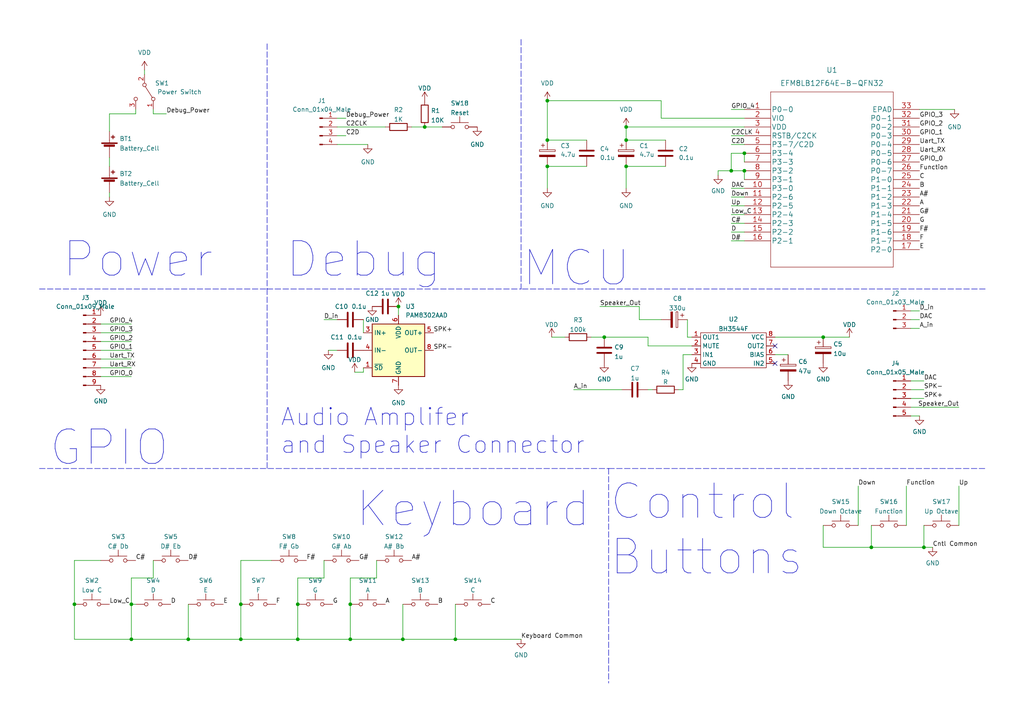
<source format=kicad_sch>
(kicad_sch (version 20211123) (generator eeschema)
  (paper "A4")
  (title_block (title "Hyasynth Main Schmatic") (date "2022-01-22") (rev "0.1"))
  (lib_symbols
    (symbol "Amplifier_Audio:PAM8302AAD"
      (property "Reference" "U" (at 7.62 11.43 0))
      (property "Value" "PAM8302AAD" (at 7.62 8.89 0))
      (symbol "PAM8302AAD_0_1"
        (rectangle (start -7.62 7.62) (end 7.62 -7.62) (stroke (width 0.254)) (fill (type background)))
      )
      (symbol "PAM8302AAD_1_1"
        (pin input line (at -10.16 -5.08 0) (length 2.54) (name "~{SD}") (number "1"))
        (pin no_connect line (at 7.62 -5.08 180) (length 2.54) hide (name "NC") (number "2"))
        (pin input line (at -10.16 5.08 0) (length 2.54) (name "IN+") (number "3"))
        (pin input line (at -10.16 0 0) (length 2.54) (name "IN-") (number "4"))
        (pin output line (at 10.16 5.08 180) (length 2.54) (name "OUT+") (number "5"))
        (pin power_in line (at 0 10.16 270) (length 2.54) (name "VDD") (number "6"))
        (pin power_in line (at 0 -10.16 90) (length 2.54) (name "GND") (number "7"))
        (pin output line (at 10.16 0 180) (length 2.54) (name "OUT-") (number "8"))
      )
    )
    (symbol "BH3544F:BH3544F"
      (property "Reference" "U" (at -2.54 -3.81 0))
      (property "Value" "BH3544F" (at 1.27 -7.62 0))
      (symbol "BH3544F_0_1"
        (rectangle (start -8.89 0) (end 10.16 -10.16) (stroke (width 0.1524)))
      )
      (symbol "BH3544F_1_1"
        (pin output line (at -11.43 -8.89 0) (length 2.54) (name "OUT1") (number "1"))
        (pin input line (at -11.43 -6.35 0) (length 2.54) (name "MUTE") (number "2"))
        (pin input line (at -11.43 -3.81 0) (length 2.54) (name "IN1") (number "3"))
        (pin power_in line (at -11.43 -1.27 0) (length 2.54) (name "GND") (number "4"))
        (pin input line (at 12.7 -1.27 180) (length 2.54) (name "IN2") (number "5"))
        (pin input line (at 12.7 -3.81 180) (length 2.54) (name "BIAS") (number "6"))
        (pin output line (at 12.7 -6.35 180) (length 2.54) (name "OUT2") (number "7"))
        (pin power_in line (at 12.7 -8.89 180) (length 2.54) (name "VCC") (number "8"))
      )
    )
    (symbol "Connector:Conn_01x03_Male" (pin_names (offset 1.016) hide)
      (property "Reference" "J" (at 0 5.08 0))
      (property "Value" "Conn_01x03_Male" (at 0 -5.08 0))
      (symbol "Conn_01x03_Male_1_1"
        (polyline (pts (xy 1.27 -2.54) (xy 0.8636 -2.54)) (stroke (width 0.1524)))
        (polyline (pts (xy 1.27 0) (xy 0.8636 0)) (stroke (width 0.1524)))
        (polyline (pts (xy 1.27 2.54) (xy 0.8636 2.54)) (stroke (width 0.1524)))
        (rectangle (start 0.8636 -2.413) (end 0 -2.667) (stroke (width 0.1524)) (fill (type outline)))
        (rectangle (start 0.8636 0.127) (end 0 -0.127) (stroke (width 0.1524)) (fill (type outline)))
        (rectangle (start 0.8636 2.667) (end 0 2.413) (stroke (width 0.1524)) (fill (type outline)))
        (pin passive line (at 5.08 2.54 180) (length 3.81) (name "Pin_1") (number "1"))
        (pin passive line (at 5.08 0 180) (length 3.81) (name "Pin_2") (number "2"))
        (pin passive line (at 5.08 -2.54 180) (length 3.81) (name "Pin_3") (number "3"))
      )
    )
    (symbol "Connector:Conn_01x04_Male" (pin_names (offset 1.016) hide)
      (property "Reference" "J" (at 0 5.08 0))
      (property "Value" "Conn_01x04_Male" (at 0 -7.62 0))
      (symbol "Conn_01x04_Male_1_1"
        (polyline (pts (xy 1.27 -5.08) (xy 0.8636 -5.08)) (stroke (width 0.1524)))
        (polyline (pts (xy 1.27 -2.54) (xy 0.8636 -2.54)) (stroke (width 0.1524)))
        (polyline (pts (xy 1.27 0) (xy 0.8636 0)) (stroke (width 0.1524)))
        (polyline (pts (xy 1.27 2.54) (xy 0.8636 2.54)) (stroke (width 0.1524)))
        (rectangle (start 0.8636 -4.953) (end 0 -5.207) (stroke (width 0.1524)) (fill (type outline)))
        (rectangle (start 0.8636 -2.413) (end 0 -2.667) (stroke (width 0.1524)) (fill (type outline)))
        (rectangle (start 0.8636 0.127) (end 0 -0.127) (stroke (width 0.1524)) (fill (type outline)))
        (rectangle (start 0.8636 2.667) (end 0 2.413) (stroke (width 0.1524)) (fill (type outline)))
        (pin passive line (at 5.08 2.54 180) (length 3.81) (name "Pin_1") (number "1"))
        (pin passive line (at 5.08 0 180) (length 3.81) (name "Pin_2") (number "2"))
        (pin passive line (at 5.08 -2.54 180) (length 3.81) (name "Pin_3") (number "3"))
        (pin passive line (at 5.08 -5.08 180) (length 3.81) (name "Pin_4") (number "4"))
      )
    )
    (symbol "Connector:Conn_01x05_Male" (pin_names (offset 1.016) hide)
      (property "Reference" "J" (at 0 7.62 0))
      (property "Value" "Conn_01x05_Male" (at 0 -7.62 0))
      (symbol "Conn_01x05_Male_1_1"
        (polyline (pts (xy 1.27 -5.08) (xy 0.8636 -5.08)) (stroke (width 0.1524)))
        (polyline (pts (xy 1.27 -2.54) (xy 0.8636 -2.54)) (stroke (width 0.1524)))
        (polyline (pts (xy 1.27 0) (xy 0.8636 0)) (stroke (width 0.1524)))
        (polyline (pts (xy 1.27 2.54) (xy 0.8636 2.54)) (stroke (width 0.1524)))
        (polyline (pts (xy 1.27 5.08) (xy 0.8636 5.08)) (stroke (width 0.1524)))
        (rectangle (start 0.8636 -4.953) (end 0 -5.207) (stroke (width 0.1524)) (fill (type outline)))
        (rectangle (start 0.8636 -2.413) (end 0 -2.667) (stroke (width 0.1524)) (fill (type outline)))
        (rectangle (start 0.8636 0.127) (end 0 -0.127) (stroke (width 0.1524)) (fill (type outline)))
        (rectangle (start 0.8636 2.667) (end 0 2.413) (stroke (width 0.1524)) (fill (type outline)))
        (rectangle (start 0.8636 5.207) (end 0 4.953) (stroke (width 0.1524)) (fill (type outline)))
        (pin passive line (at 5.08 5.08 180) (length 3.81) (name "Pin_1") (number "1"))
        (pin passive line (at 5.08 2.54 180) (length 3.81) (name "Pin_2") (number "2"))
        (pin passive line (at 5.08 0 180) (length 3.81) (name "Pin_3") (number "3"))
        (pin passive line (at 5.08 -2.54 180) (length 3.81) (name "Pin_4") (number "4"))
        (pin passive line (at 5.08 -5.08 180) (length 3.81) (name "Pin_5") (number "5"))
      )
    )
    (symbol "Connector:Conn_01x09_Male" (pin_names (offset 1.016) hide)
      (property "Reference" "J" (at 0 12.7 0))
      (property "Value" "Conn_01x09_Male" (at 0 -12.7 0))
      (symbol "Conn_01x09_Male_1_1"
        (polyline (pts (xy 1.27 -10.16) (xy 0.8636 -10.16)) (stroke (width 0.1524)))
        (polyline (pts (xy 1.27 -7.62) (xy 0.8636 -7.62)) (stroke (width 0.1524)))
        (polyline (pts (xy 1.27 -5.08) (xy 0.8636 -5.08)) (stroke (width 0.1524)))
        (polyline (pts (xy 1.27 -2.54) (xy 0.8636 -2.54)) (stroke (width 0.1524)))
        (polyline (pts (xy 1.27 0) (xy 0.8636 0)) (stroke (width 0.1524)))
        (polyline (pts (xy 1.27 2.54) (xy 0.8636 2.54)) (stroke (width 0.1524)))
        (polyline (pts (xy 1.27 5.08) (xy 0.8636 5.08)) (stroke (width 0.1524)))
        (polyline (pts (xy 1.27 7.62) (xy 0.8636 7.62)) (stroke (width 0.1524)))
        (polyline (pts (xy 1.27 10.16) (xy 0.8636 10.16)) (stroke (width 0.1524)))
        (rectangle (start 0.8636 -10.033) (end 0 -10.287) (stroke (width 0.1524)) (fill (type outline)))
        (rectangle (start 0.8636 -7.493) (end 0 -7.747) (stroke (width 0.1524)) (fill (type outline)))
        (rectangle (start 0.8636 -4.953) (end 0 -5.207) (stroke (width 0.1524)) (fill (type outline)))
        (rectangle (start 0.8636 -2.413) (end 0 -2.667) (stroke (width 0.1524)) (fill (type outline)))
        (rectangle (start 0.8636 0.127) (end 0 -0.127) (stroke (width 0.1524)) (fill (type outline)))
        (rectangle (start 0.8636 2.667) (end 0 2.413) (stroke (width 0.1524)) (fill (type outline)))
        (rectangle (start 0.8636 5.207) (end 0 4.953) (stroke (width 0.1524)) (fill (type outline)))
        (rectangle (start 0.8636 7.747) (end 0 7.493) (stroke (width 0.1524)) (fill (type outline)))
        (rectangle (start 0.8636 10.287) (end 0 10.033) (stroke (width 0.1524)) (fill (type outline)))
        (pin passive line (at 5.08 10.16 180) (length 3.81) (name "Pin_1") (number "1"))
        (pin passive line (at 5.08 7.62 180) (length 3.81) (name "Pin_2") (number "2"))
        (pin passive line (at 5.08 5.08 180) (length 3.81) (name "Pin_3") (number "3"))
        (pin passive line (at 5.08 2.54 180) (length 3.81) (name "Pin_4") (number "4"))
        (pin passive line (at 5.08 0 180) (length 3.81) (name "Pin_5") (number "5"))
        (pin passive line (at 5.08 -2.54 180) (length 3.81) (name "Pin_6") (number "6"))
        (pin passive line (at 5.08 -5.08 180) (length 3.81) (name "Pin_7") (number "7"))
        (pin passive line (at 5.08 -7.62 180) (length 3.81) (name "Pin_8") (number "8"))
        (pin passive line (at 5.08 -10.16 180) (length 3.81) (name "Pin_9") (number "9"))
      )
    )
    (symbol "Device:Battery_Cell" (pin_numbers hide) (pin_names (offset 0) hide)
      (property "Reference" "BT" (at 2.54 2.54 0))
      (property "Value" "Battery_Cell" (at 2.54 0 0))
      (symbol "Battery_Cell_0_1"
        (rectangle (start -2.286 1.778) (end 2.286 1.524) (fill (type outline)))
        (rectangle (start -1.5748 1.1938) (end 1.4732 0.6858) (fill (type outline)))
        (polyline (pts (xy 0 0.762) (xy 0 0)))
        (polyline (pts (xy 0 1.778) (xy 0 2.54)))
        (polyline (pts (xy 0.508 3.429) (xy 1.524 3.429)) (stroke (width 0.254)))
        (polyline (pts (xy 1.016 3.937) (xy 1.016 2.921)) (stroke (width 0.254)))
      )
      (symbol "Battery_Cell_1_1"
        (pin passive line (at 0 5.08 270) (length 2.54) (name "+") (number "1"))
        (pin passive line (at 0 -2.54 90) (length 2.54) (name "-") (number "2"))
      )
    )
    (symbol "Device:C" (pin_numbers hide) (pin_names (offset 0.254))
      (property "Reference" "C" (at 0.635 2.54 0))
      (property "Value" "C" (at 0.635 -2.54 0))
      (symbol "C_0_1"
        (polyline (pts (xy -2.032 -0.762) (xy 2.032 -0.762)) (stroke (width 0.508)))
        (polyline (pts (xy -2.032 0.762) (xy 2.032 0.762)) (stroke (width 0.508)))
      )
      (symbol "C_1_1"
        (pin passive line (at 0 3.81 270) (length 2.794) (name "~") (number "1"))
        (pin passive line (at 0 -3.81 90) (length 2.794) (name "~") (number "2"))
      )
    )
    (symbol "Device:C_Polarized" (pin_numbers hide) (pin_names (offset 0.254))
      (property "Reference" "C" (at 0.635 2.54 0))
      (property "Value" "C_Polarized" (at 0.635 -2.54 0))
      (symbol "C_Polarized_0_1"
        (rectangle (start -2.286 0.508) (end 2.286 1.016))
        (polyline (pts (xy -1.778 2.286) (xy -0.762 2.286)))
        (polyline (pts (xy -1.27 2.794) (xy -1.27 1.778)))
        (rectangle (start 2.286 -0.508) (end -2.286 -1.016) (fill (type outline)))
      )
      (symbol "C_Polarized_1_1"
        (pin passive line (at 0 3.81 270) (length 2.794) (name "~") (number "1"))
        (pin passive line (at 0 -3.81 90) (length 2.794) (name "~") (number "2"))
      )
    )
    (symbol "Device:R" (pin_numbers hide) (pin_names (offset 0))
      (property "Reference" "R" (at 2.032 0 90))
      (property "Value" "R" (at 0 0 90))
      (symbol "R_0_1"
        (rectangle (start -1.016 -2.54) (end 1.016 2.54) (stroke (width 0.254)))
      )
      (symbol "R_1_1"
        (pin passive line (at 0 3.81 270) (length 1.27) (name "~") (number "1"))
        (pin passive line (at 0 -3.81 90) (length 1.27) (name "~") (number "2"))
      )
    )
    (symbol "Switch:SW_Push" (pin_numbers hide) (pin_names (offset 1.016) hide)
      (property "Reference" "SW" (at 1.27 2.54 0))
      (property "Value" "SW_Push" (at 0 -1.524 0))
      (symbol "SW_Push_0_1"
        (circle (center -2.032 0) (radius 0.508))
        (polyline (pts (xy 0 1.27) (xy 0 3.048)))
        (polyline (pts (xy 2.54 1.27) (xy -2.54 1.27)))
        (circle (center 2.032 0) (radius 0.508))
        (pin passive line (at -5.08 0 0) (length 2.54) (name "1") (number "1"))
        (pin passive line (at 5.08 0 180) (length 2.54) (name "2") (number "2"))
      )
    )
    (symbol "Switch:SW_SPDT" (pin_names (offset 0) hide)
      (property "Reference" "SW" (at 0 4.318 0))
      (property "Value" "SW_SPDT" (at 0 -5.08 0))
      (symbol "SW_SPDT_0_0"
        (circle (center -2.032 0) (radius 0.508))
        (circle (center 2.032 -2.54) (radius 0.508))
      )
      (symbol "SW_SPDT_0_1"
        (polyline (pts (xy -1.524 0.254) (xy 1.651 2.286)))
        (circle (center 2.032 2.54) (radius 0.508))
      )
      (symbol "SW_SPDT_1_1"
        (pin passive line (at 5.08 2.54 180) (length 2.54) (name "A") (number "1"))
        (pin passive line (at -5.08 0 0) (length 2.54) (name "B") (number "2"))
        (pin passive line (at 5.08 -2.54 180) (length 2.54) (name "C") (number "3"))
      )
    )
    (symbol "laserbee:EFM8LB12F64E-B-QFN32" (pin_names (offset 0.254))
      (property "Reference" "U" (at 25.4 10.16 0))
      (property "Value" "EFM8LB12F64E-B-QFN32" (at 25.4 7.62 0))
      (symbol "EFM8LB12F64E-B-QFN32_1_1"
        (polyline (pts (xy 7.62 -45.72) (xy 43.18 -45.72)) (stroke (width 0.127)))
        (polyline (pts (xy 7.62 5.08) (xy 7.62 -45.72)) (stroke (width 0.127)))
        (polyline (pts (xy 43.18 -45.72) (xy 43.18 5.08)) (stroke (width 0.127)))
        (polyline (pts (xy 43.18 5.08) (xy 7.62 5.08)) (stroke (width 0.127)))
        (pin bidirectional line (at 0 0 0) (length 7.62) (name "P0-0") (number "1"))
        (pin bidirectional line (at 0 -22.86 0) (length 7.62) (name "P3-0") (number "10"))
        (pin bidirectional line (at 0 -25.4 0) (length 7.62) (name "P2-6") (number "11"))
        (pin bidirectional line (at 0 -27.94 0) (length 7.62) (name "P2-5") (number "12"))
        (pin bidirectional line (at 0 -30.48 0) (length 7.62) (name "P2-4") (number "13"))
        (pin bidirectional line (at 0 -33.02 0) (length 7.62) (name "P2-3") (number "14"))
        (pin bidirectional line (at 0 -35.56 0) (length 7.62) (name "P2-2") (number "15"))
        (pin bidirectional line (at 0 -38.1 0) (length 7.62) (name "P2-1") (number "16"))
        (pin bidirectional line (at 50.8 -40.64 180) (length 7.62) (name "P2-0") (number "17"))
        (pin bidirectional line (at 50.8 -38.1 180) (length 7.62) (name "P1-7") (number "18"))
        (pin bidirectional line (at 50.8 -35.56 180) (length 7.62) (name "P1-6") (number "19"))
        (pin bidirectional line (at 0 -2.54 0) (length 7.62) (name "VIO") (number "2"))
        (pin bidirectional line (at 50.8 -33.02 180) (length 7.62) (name "P1-5") (number "20"))
        (pin bidirectional line (at 50.8 -30.48 180) (length 7.62) (name "P1-4") (number "21"))
        (pin bidirectional line (at 50.8 -27.94 180) (length 7.62) (name "P1-3") (number "22"))
        (pin bidirectional line (at 50.8 -25.4 180) (length 7.62) (name "P1-2") (number "23"))
        (pin bidirectional line (at 50.8 -22.86 180) (length 7.62) (name "P1-1") (number "24"))
        (pin bidirectional line (at 50.8 -20.32 180) (length 7.62) (name "P1-0") (number "25"))
        (pin bidirectional line (at 50.8 -17.78 180) (length 7.62) (name "P0-7") (number "26"))
        (pin bidirectional line (at 50.8 -15.24 180) (length 7.62) (name "P0-6") (number "27"))
        (pin bidirectional line (at 50.8 -12.7 180) (length 7.62) (name "P0-5") (number "28"))
        (pin bidirectional line (at 50.8 -10.16 180) (length 7.62) (name "P0-4") (number "29"))
        (pin power_in line (at 0 -5.08 0) (length 7.62) (name "VDD") (number "3"))
        (pin bidirectional line (at 50.8 -7.62 180) (length 7.62) (name "P0-3") (number "30"))
        (pin bidirectional line (at 50.8 -5.08 180) (length 7.62) (name "P0-2") (number "31"))
        (pin bidirectional line (at 50.8 -2.54 180) (length 7.62) (name "P0-1") (number "32"))
        (pin unspecified line (at 50.8 0 180) (length 7.62) (name "EPAD") (number "33"))
        (pin bidirectional line (at 0 -7.62 0) (length 7.62) (name "RSTB/C2CK") (number "4"))
        (pin bidirectional line (at 0 -10.16 0) (length 7.62) (name "P3-7/C2D") (number "5"))
        (pin bidirectional line (at 0 -12.7 0) (length 7.62) (name "P3-4") (number "6"))
        (pin bidirectional line (at 0 -15.24 0) (length 7.62) (name "P3-3") (number "7"))
        (pin bidirectional line (at 0 -17.78 0) (length 7.62) (name "P3-2") (number "8"))
        (pin bidirectional line (at 0 -20.32 0) (length 7.62) (name "P3-1") (number "9"))
      )
    )
    (symbol "power:GND" (power) (pin_names (offset 0))
      (property "Value" "GND" (at 0 -3.81 0))
      (symbol "GND_0_1"
        (polyline (pts (xy 0 0) (xy 0 -1.27) (xy 1.27 -1.27) (xy 0 -2.54) (xy -1.27 -1.27) (xy 0 -1.27)))
      )
      (symbol "GND_1_1"
        (pin power_in line (at 0 0 270) (length 0) hide (name "GND") (number "1"))
      )
    )
    (symbol "power:VDD" (power) (pin_names (offset 0))
      (property "Value" "VDD" (at 0 3.81 0))
      (symbol "VDD_0_1"
        (polyline (pts (xy -0.762 1.27) (xy 0 2.54)))
        (polyline (pts (xy 0 0) (xy 0 2.54)))
        (polyline (pts (xy 0 2.54) (xy 0.762 1.27)))
      )
      (symbol "VDD_1_1"
        (pin power_in line (at 0 0 90) (length 0) hide (name "VDD") (number "1"))
      )
    )
  )
  (junction (at 69.85 185.42))
  (junction (at 38.1 175.26))
  (junction (at 267.97 158.75))
  (junction (at 115.57 88.9))
  (junction (at 212.09 49.53))
  (junction (at 181.61 40.64))
  (junction (at 181.61 36.83))
  (junction (at 123.19 36.83))
  (junction (at 86.36 185.42))
  (junction (at 252.73 158.75))
  (junction (at 215.9 44.45))
  (junction (at 101.6 175.26))
  (junction (at 158.75 40.64))
  (junction (at 132.08 185.42))
  (junction (at 158.75 29.21))
  (junction (at 158.75 48.26))
  (junction (at 69.85 175.26))
  (junction (at 238.76 97.79))
  (junction (at 21.59 175.26))
  (junction (at 215.9 49.53))
  (junction (at 181.61 48.26))
  (junction (at 101.6 185.42))
  (junction (at 175.26 97.79))
  (junction (at 116.84 185.42))
  (junction (at 54.61 185.42))
  (junction (at 38.1 185.42))
  (junction (at 86.36 175.26))
  (no_connect (at 224.79 105.41))
  (no_connect (at 224.79 100.33))
  (polyline (pts (xy 176.53 135.89) (xy 176.53 198.12)))
  (wire (pts (xy 97.79 39.37) (xy 100.33 39.37)))
  (wire (pts (xy 119.38 36.83) (xy 123.19 36.83)))
  (wire (pts (xy 97.79 34.29) (xy 100.33 34.29)))
  (wire (pts (xy 264.16 95.25) (xy 266.7 95.25)))
  (wire (pts (xy 198.12 113.03) (xy 196.85 113.03)))
  (wire (pts (xy 185.42 92.71) (xy 185.42 88.9)))
  (wire (pts (xy 101.6 167.64) (xy 109.22 167.64)))
  (wire (pts (xy 86.36 175.26) (xy 86.36 185.42)))
  (wire (pts (xy 264.16 113.03) (xy 267.97 113.03)))
  (wire (pts (xy 132.08 185.42) (xy 151.13 185.42)))
  (wire (pts (xy 44.45 33.02) (xy 48.26 33.02)))
  (wire (pts (xy 212.09 49.53) (xy 215.9 49.53)))
  (wire (pts (xy 212.09 67.31) (xy 215.9 67.31)))
  (wire (pts (xy 181.61 48.26) (xy 181.61 54.61)))
  (wire (pts (xy 212.09 39.37) (xy 215.9 39.37)))
  (wire (pts (xy 158.75 48.26) (xy 158.75 54.61)))
  (wire (pts (xy 264.16 92.71) (xy 266.7 92.71)))
  (wire (pts (xy 187.96 113.03) (xy 189.23 113.03)))
  (wire (pts (xy 200.66 100.33) (xy 187.96 100.33)))
  (wire (pts (xy 199.39 97.79) (xy 200.66 97.79)))
  (polyline (pts (xy 77.47 83.82) (xy 77.47 135.89)))
  (wire (pts (xy 69.85 175.26) (xy 69.85 162.56)))
  (wire (pts (xy 41.91 20.32) (xy 41.91 21.59)))
  (wire (pts (xy 264.16 118.11) (xy 278.13 118.11)))
  (polyline (pts (xy 151.13 11.43) (xy 151.13 83.82)))
  (wire (pts (xy 29.21 93.98) (xy 38.1 93.98)))
  (wire (pts (xy 215.9 44.45) (xy 215.9 46.99)))
  (wire (pts (xy 29.21 99.06) (xy 38.1 99.06)))
  (wire (pts (xy 44.45 31.75) (xy 44.45 33.02)))
  (polyline (pts (xy 285.75 83.82) (xy 151.13 83.82)))
  (wire (pts (xy 238.76 152.4) (xy 238.76 158.75)))
  (polyline (pts (xy 77.47 83.82) (xy 151.13 83.82)))
  (wire (pts (xy 199.39 92.71) (xy 199.39 97.79)))
  (wire (pts (xy 215.9 34.29) (xy 191.77 34.29)))
  (wire (pts (xy 105.41 92.71) (xy 105.41 96.52)))
  (wire (pts (xy 93.98 92.71) (xy 97.79 92.71)))
  (wire (pts (xy 264.16 120.65) (xy 266.7 120.65)))
  (wire (pts (xy 132.08 185.42) (xy 132.08 175.26)))
  (wire (pts (xy 116.84 175.26) (xy 116.84 185.42)))
  (wire (pts (xy 187.96 100.33) (xy 187.96 97.79)))
  (wire (pts (xy 181.61 40.64) (xy 193.04 40.64)))
  (wire (pts (xy 38.1 175.26) (xy 38.1 185.42)))
  (wire (pts (xy 224.79 102.87) (xy 228.6 102.87)))
  (wire (pts (xy 264.16 115.57) (xy 267.97 115.57)))
  (wire (pts (xy 158.75 40.64) (xy 170.18 40.64)))
  (wire (pts (xy 29.21 96.52) (xy 38.1 96.52)))
  (wire (pts (xy 31.75 55.88) (xy 31.75 57.15)))
  (wire (pts (xy 246.38 97.79) (xy 238.76 97.79)))
  (wire (pts (xy 212.09 62.23) (xy 215.9 62.23)))
  (wire (pts (xy 212.09 44.45) (xy 215.9 44.45)))
  (wire (pts (xy 208.28 49.53) (xy 208.28 50.8)))
  (wire (pts (xy 166.37 113.03) (xy 180.34 113.03)))
  (wire (pts (xy 86.36 175.26) (xy 86.36 167.64)))
  (wire (pts (xy 212.09 31.75) (xy 215.9 31.75)))
  (wire (pts (xy 212.09 69.85) (xy 215.9 69.85)))
  (wire (pts (xy 97.79 41.91) (xy 106.68 41.91)))
  (wire (pts (xy 44.45 162.56) (xy 44.45 167.64)))
  (wire (pts (xy 248.92 140.97) (xy 248.92 152.4)))
  (wire (pts (xy 267.97 158.75) (xy 267.97 152.4)))
  (wire (pts (xy 86.36 167.64) (xy 93.98 167.64)))
  (wire (pts (xy 212.09 54.61) (xy 215.9 54.61)))
  (wire (pts (xy 158.75 29.21) (xy 158.75 40.64)))
  (wire (pts (xy 29.21 109.22) (xy 38.1 109.22)))
  (wire (pts (xy 187.96 97.79) (xy 175.26 97.79)))
  (wire (pts (xy 105.41 106.68) (xy 105.41 107.95)))
  (wire (pts (xy 29.21 104.14) (xy 38.1 104.14)))
  (wire (pts (xy 238.76 158.75) (xy 252.73 158.75)))
  (wire (pts (xy 69.85 175.26) (xy 69.85 185.42)))
  (wire (pts (xy 212.09 64.77) (xy 215.9 64.77)))
  (wire (pts (xy 109.22 167.64) (xy 109.22 162.56)))
  (wire (pts (xy 212.09 41.91) (xy 215.9 41.91)))
  (wire (pts (xy 97.79 36.83) (xy 111.76 36.83)))
  (wire (pts (xy 264.16 90.17) (xy 266.7 90.17)))
  (wire (pts (xy 171.45 97.79) (xy 175.26 97.79)))
  (wire (pts (xy 160.02 97.79) (xy 163.83 97.79)))
  (wire (pts (xy 54.61 185.42) (xy 54.61 175.26)))
  (polyline (pts (xy 176.53 135.89) (xy 285.75 135.89)))
  (polyline (pts (xy 11.43 135.89) (xy 176.53 135.89)))
  (wire (pts (xy 212.09 59.69) (xy 215.9 59.69)))
  (wire (pts (xy 191.77 29.21) (xy 158.75 29.21)))
  (wire (pts (xy 86.36 185.42) (xy 101.6 185.42)))
  (wire (pts (xy 39.37 175.26) (xy 38.1 175.26)))
  (wire (pts (xy 21.59 175.26) (xy 21.59 162.56)))
  (wire (pts (xy 21.59 175.26) (xy 21.59 185.42)))
  (wire (pts (xy 198.12 102.87) (xy 200.66 102.87)))
  (wire (pts (xy 101.6 175.26) (xy 101.6 167.64)))
  (polyline (pts (xy 11.43 83.82) (xy 77.47 83.82)))
  (wire (pts (xy 262.89 140.97) (xy 262.89 152.4)))
  (wire (pts (xy 212.09 57.15) (xy 215.9 57.15)))
  (wire (pts (xy 238.76 97.79) (xy 224.79 97.79)))
  (wire (pts (xy 278.13 140.97) (xy 278.13 152.4)))
  (wire (pts (xy 21.59 185.42) (xy 38.1 185.42)))
  (wire (pts (xy 97.79 101.6) (xy 95.25 101.6)))
  (wire (pts (xy 181.61 48.26) (xy 193.04 48.26)))
  (wire (pts (xy 38.1 167.64) (xy 38.1 175.26)))
  (wire (pts (xy 31.75 45.72) (xy 31.75 48.26)))
  (wire (pts (xy 267.97 158.75) (xy 270.51 158.75)))
  (wire (pts (xy 54.61 185.42) (xy 69.85 185.42)))
  (wire (pts (xy 123.19 36.83) (xy 128.27 36.83)))
  (wire (pts (xy 29.21 106.68) (xy 38.1 106.68)))
  (wire (pts (xy 115.57 88.9) (xy 115.57 91.44)))
  (polyline (pts (xy 77.47 12.7) (xy 77.47 83.82)))
  (wire (pts (xy 93.98 167.64) (xy 93.98 162.56)))
  (wire (pts (xy 105.41 107.95) (xy 102.87 107.95)))
  (wire (pts (xy 252.73 158.75) (xy 267.97 158.75)))
  (wire (pts (xy 116.84 185.42) (xy 132.08 185.42)))
  (wire (pts (xy 101.6 185.42) (xy 116.84 185.42)))
  (wire (pts (xy 44.45 167.64) (xy 38.1 167.64)))
  (wire (pts (xy 173.99 88.9) (xy 185.42 88.9)))
  (wire (pts (xy 181.61 36.83) (xy 181.61 40.64)))
  (wire (pts (xy 181.61 36.83) (xy 215.9 36.83)))
  (wire (pts (xy 264.16 110.49) (xy 267.97 110.49)))
  (wire (pts (xy 39.37 31.75) (xy 39.37 33.02)))
  (wire (pts (xy 38.1 185.42) (xy 54.61 185.42)))
  (wire (pts (xy 191.77 34.29) (xy 191.77 29.21)))
  (wire (pts (xy 252.73 152.4) (xy 252.73 158.75)))
  (wire (pts (xy 69.85 162.56) (xy 78.74 162.56)))
  (wire (pts (xy 21.59 162.56) (xy 29.21 162.56)))
  (wire (pts (xy 158.75 48.26) (xy 170.18 48.26)))
  (wire (pts (xy 191.77 92.71) (xy 185.42 92.71)))
  (wire (pts (xy 31.75 33.02) (xy 31.75 38.1)))
  (wire (pts (xy 212.09 49.53) (xy 212.09 44.45)))
  (wire (pts (xy 198.12 102.87) (xy 198.12 113.03)))
  (wire (pts (xy 208.28 49.53) (xy 212.09 49.53)))
  (wire (pts (xy 69.85 185.42) (xy 86.36 185.42)))
  (wire (pts (xy 29.21 101.6) (xy 38.1 101.6)))
  (wire (pts (xy 215.9 49.53) (xy 215.9 52.07)))
  (wire (pts (xy 39.37 33.02) (xy 31.75 33.02)))
  (wire (pts (xy 266.7 31.75) (xy 276.86 31.75)))
  (wire (pts (xy 101.6 175.26) (xy 101.6 185.42)))
  (text "Keyboard" (at 102.87 153.67 0) (effects (font (size 10 10)) (justify left bottom)))
  (text "Control \nButtons\n" (at 176.53 167.64 0) (effects (font (size 10 10)) (justify left bottom)))
  (text "Power" (at 17.78 81.28 0) (effects (font (size 10 10)) (justify left bottom)))
  (text "MCU" (at 151.13 83.82 0) (effects (font (size 10 10)) (justify left bottom)))
  (text "GPIO" (at 13.97 135.89 0) (effects (font (size 10 10)) (justify left bottom)))
  (text "Audio Amplifer \nand Speaker Connector" (at 81.28 132.08 0) (effects (font (size 5 5)) (justify left bottom)))
  (text "Debug" (at 82.55 81.28 0) (effects (font (size 10 10)) (justify left bottom)))
  (label "A#" (at 119.38 162.56 0))
  (label "GPIO_4" (at 212.09 31.75 0))
  (label "GPIO_2" (at 31.75 99.06 0))
  (label "DAC" (at 267.97 110.49 0))
  (label "B" (at 266.7 54.61 0))
  (label "Function" (at 266.7 49.53 0))
  (label "D_in" (at 93.98 92.71 0))
  (label "D_in" (at 266.7 90.17 0))
  (label "A#" (at 266.7 57.15 0))
  (label "G" (at 266.7 64.77 0))
  (label "C2D" (at 212.09 41.91 0))
  (label "Uart_RX" (at 266.7 44.45 0))
  (label "GPIO_3" (at 266.7 34.29 0))
  (label "D" (at 212.09 67.31 0))
  (label "SPK+" (at 267.97 115.57 0))
  (label "Uart_RX" (at 31.75 106.68 0))
  (label "G#" (at 104.14 162.56 0))
  (label "F#" (at 88.9 162.56 0))
  (label "Uart_TX" (at 31.75 104.14 0))
  (label "GPIO_4" (at 31.75 93.98 0))
  (label "Speaker_Out" (at 173.99 88.9 0))
  (label "GPIO_0" (at 266.7 46.99 0))
  (label "SPK+" (at 125.73 96.52 0))
  (label "Down" (at 212.09 57.15 0))
  (label "DAC" (at 266.7 92.71 0))
  (label "F" (at 80.01 175.26 0))
  (label "A" (at 266.7 59.69 0))
  (label "GPIO_0" (at 31.75 109.22 0))
  (label "C2D" (at 100.33 39.37 0))
  (label "D#" (at 212.09 69.85 0))
  (label "Debug_Power" (at 100.33 34.29 0))
  (label "F#" (at 266.7 67.31 0))
  (label "A_in" (at 266.7 95.25 0))
  (label "SPK-" (at 125.73 101.6 0))
  (label "Low_C" (at 212.09 62.23 0))
  (label "Keyboard Common" (at 151.13 185.42 0))
  (label "GPIO_2" (at 266.7 36.83 0))
  (label "A_in" (at 166.37 113.03 0))
  (label "GPIO_3" (at 31.75 96.52 0))
  (label "SPK-" (at 267.97 113.03 0))
  (label "Debug_Power" (at 48.26 33.02 0))
  (label "C" (at 142.24 175.26 0))
  (label "Low_C" (at 31.75 175.26 0))
  (label "B" (at 127 175.26 0))
  (label "Speaker_Out" (at 278.13 118.11 180))
  (label "E" (at 266.7 72.39 0))
  (label "D" (at 49.53 175.26 0))
  (label "D#" (at 54.61 162.56 0))
  (label "C" (at 266.7 52.07 0))
  (label "C#" (at 39.37 162.56 0))
  (label "Up" (at 212.09 59.69 0))
  (label "A" (at 111.76 175.26 0))
  (label "Function" (at 262.89 140.97 0))
  (label "C2CLK" (at 100.33 36.83 0))
  (label "GPIO_1" (at 31.75 101.6 0))
  (label "G#" (at 266.7 62.23 0))
  (label "GPIO_1" (at 266.7 39.37 0))
  (label "Up" (at 278.13 140.97 0))
  (label "C#" (at 212.09 64.77 0))
  (label "Down" (at 248.92 140.97 0))
  (label "E" (at 64.77 175.26 0))
  (label "C2CLK" (at 212.09 39.37 0))
  (label "F" (at 266.7 69.85 0))
  (label "DAC" (at 212.09 54.61 0))
  (label "Uart_TX" (at 266.7 41.91 0))
  (label "G" (at 96.52 175.26 0))
  (label "Cntl Common" (at 270.51 158.75 0))
  (symbol (lib_id "Switch:SW_Push") (at 133.35 36.83 0) (unit 1)
    (property "Reference" "SW18" (at 133.35 29.9425 0))
    (property "Value" "Reset" (at 133.35 32.7176 0))
    (property "Footprint" "Button_Switch_SMD:SW_Push_1P1T_NO_CK_KSC7xxJ" (effects hide))
  )
  (symbol (lib_id "Device:C_Polarized") (at 158.75 44.45 0) (unit 1)
    (property "Reference" "C3" (at 162.56 42.2909 0) (effects (justify left)))
    (property "Value" "4.7u" (at 162.56 44.8309 0) (effects (justify left)))
    (property "Footprint" "Capacitor_Tantalum_SMD:CP_EIA-6032-28_Kemet-C_Pad2.25x2.35mm_HandSolder" (effects hide))
  )
  (symbol (lib_id "Switch:SW_Push") (at 34.29 162.56 0) (unit 1)
    (property "Reference" "SW3" (at 34.29 155.6725 0))
    (property "Value" "C# Db" (at 34.29 158.4476 0))
    (property "Footprint" "Button_Switch_SMD:SW_Push_1P1T_NO_CK_KSC7xxJ" (effects hide))
  )
  (symbol (lib_id "Switch:SW_Push") (at 91.44 175.26 0) (unit 1)
    (property "Reference" "SW9" (at 91.44 168.3725 0))
    (property "Value" "G" (at 91.44 171.1476 0))
    (property "Footprint" "Button_Switch_SMD:SW_Push_1P1T_NO_CK_KSC7xxJ" (effects hide))
  )
  (symbol (lib_id "Device:Battery_Cell") (at 31.75 53.34 0) (unit 1)
    (property "Reference" "BT2" (at 34.671 50.3995 0) (effects (justify left)))
    (property "Value" "Battery_Cell" (at 34.671 53.1746 0) (effects (justify left)))
    (property "Footprint" "Battery:Battery AAA" (effects hide))
  )
  (symbol (lib_id "Switch:SW_Push") (at 83.82 162.56 0) (unit 1)
    (property "Reference" "SW8" (at 83.82 155.6725 0))
    (property "Value" "F# Gb" (at 83.82 158.4476 0))
    (property "Footprint" "Button_Switch_SMD:SW_Push_1P1T_NO_CK_KSC7xxJ" (effects hide))
  )
  (symbol (lib_id "Switch:SW_Push") (at 114.3 162.56 0) (unit 1)
    (property "Reference" "SW12" (at 114.3 155.6725 0))
    (property "Value" "A# Bb" (at 114.3 158.4476 0))
    (property "Footprint" "Button_Switch_SMD:SW_Push_1P1T_NO_CK_KSC7xxJ" (effects hide))
  )
  (symbol (lib_id "Device:C") (at 175.26 101.6 0) (unit 1)
    (property "Reference" "C9" (at 178.181 100.6915 0) (effects (justify left)))
    (property "Value" "1u" (at 178.181 103.4666 0) (effects (justify left)))
    (property "Footprint" "Capacitor_Tantalum_SMD:CP_EIA-3528-21_Kemet-B_Pad1.50x2.35mm_HandSolder" (effects hide))
  )
  (symbol (lib_id "power:VDD") (at 160.02 97.79 0) (unit 1)
    (property "Reference" "#PWR0119" (effects hide))
    (property "Value" "VDD" (at 160.02 94.1855 0))
  )
  (symbol (lib_id "Device:C_Polarized") (at 228.6 106.68 0) (unit 1)
    (property "Reference" "C6" (at 231.521 104.8825 0) (effects (justify left)))
    (property "Value" "47u" (at 231.521 107.6576 0) (effects (justify left)))
    (property "Footprint" "Capacitor_THT:CP_Radial_D8.0mm_P3.50mm" (effects hide))
  )
  (symbol (lib_id "power:GND") (at 138.43 36.83 0) (unit 1)
    (property "Reference" "#PWR0111" (effects hide))
    (property "Value" "GND" (at 138.43 41.91 0))
  )
  (symbol (lib_id "Device:Battery_Cell") (at 31.75 43.18 0) (unit 1)
    (property "Reference" "BT1" (at 34.671 40.2395 0) (effects (justify left)))
    (property "Value" "Battery_Cell" (at 34.671 43.0146 0) (effects (justify left)))
    (property "Footprint" "Battery:Battery AAA" (effects hide))
  )
  (symbol (lib_id "power:GND") (at 115.57 111.76 0) (unit 1)
    (property "Reference" "#PWR04" (effects hide))
    (property "Value" "GND" (at 115.57 116.84 0))
  )
  (symbol (lib_id "power:GND") (at 106.68 41.91 0) (unit 1)
    (property "Reference" "#PWR0109" (effects hide))
    (property "Value" "GND" (at 106.68 46.99 0))
  )
  (symbol (lib_id "power:GND") (at 276.86 31.75 0) (unit 1)
    (property "Reference" "#PWR0102" (effects hide))
    (property "Value" "GND" (at 276.86 36.83 0))
  )
  (symbol (lib_id "Device:C") (at 193.04 44.45 0) (unit 1)
    (property "Reference" "C2" (at 196.85 43.1799 0) (effects (justify left)))
    (property "Value" "0.1u" (at 196.85 45.7199 0) (effects (justify left)))
    (property "Footprint" "Capacitor_SMD:C_0805_2012Metric_Pad1.18x1.45mm_HandSolder" (effects hide))
  )
  (symbol (lib_id "Device:C") (at 111.76 88.9 90) (unit 1)
    (property "Reference" "C12" (at 107.95 85.09 90))
    (property "Value" "1u" (at 111.76 85.09 90))
    (property "Footprint" "Capacitor_Tantalum_SMD:CP_EIA-3528-21_Kemet-B_Pad1.50x2.35mm_HandSolder" (effects hide))
  )
  (symbol (lib_id "power:GND") (at 31.75 57.15 0) (unit 1)
    (property "Reference" "#PWR0112" (effects hide))
    (property "Value" "GND" (at 31.75 62.23 0))
  )
  (symbol (lib_id "power:VDD") (at 158.75 29.21 0) (unit 1)
    (property "Reference" "#PWR0108" (effects hide))
    (property "Value" "VDD" (at 158.75 24.13 0))
  )
  (symbol (lib_id "Switch:SW_Push") (at 257.81 152.4 0) (unit 1)
    (property "Reference" "SW16" (at 257.81 145.5125 0))
    (property "Value" "Function" (at 257.81 148.2876 0))
    (property "Footprint" "Button_Switch_SMD:SW_Push_1P1T_NO_CK_KSC7xxJ" (effects hide))
  )
  (symbol (lib_id "Switch:SW_Push") (at 243.84 152.4 0) (unit 1)
    (property "Reference" "SW15" (at 243.84 145.5125 0))
    (property "Value" "Down Octave" (at 243.84 148.2876 0))
    (property "Footprint" "Button_Switch_SMD:SW_Push_1P1T_NO_CK_KSC7xxJ" (effects hide))
  )
  (symbol (lib_id "laserbee:EFM8LB12F64E-B-QFN32") (at 215.9 31.75 0) (unit 1)
    (property "Reference" "U1" (at 241.3 20.32 0) (effects (font (size 1.524 1.524))))
    (property "Value" "EFM8LB12F64E-B-QFN32" (at 241.3 24.13 0) (effects (font (size 1.524 1.524))))
    (property "Footprint" "QFN32:EFM8LB12F64E-B-QFN32" (effects hide))
  )
  (symbol (lib_id "Switch:SW_Push") (at 59.69 175.26 0) (unit 1)
    (property "Reference" "SW6" (at 59.69 168.3725 0))
    (property "Value" "E" (at 59.69 171.1476 0))
    (property "Footprint" "Button_Switch_SMD:SW_Push_1P1T_NO_CK_KSC7xxJ" (effects hide))
  )
  (symbol (lib_id "Device:R") (at 193.04 113.03 90) (unit 1)
    (property "Reference" "R4" (at 193.04 108.0475 90))
    (property "Value" "R" (at 193.04 110.8226 90))
    (property "Footprint" "Resistor_SMD:R_0805_2012Metric_Pad1.20x1.40mm_HandSolder" (effects hide))
  )
  (symbol (lib_id "power:GND") (at 266.7 120.65 0) (unit 1)
    (property "Reference" "#PWR0114" (effects hide))
    (property "Value" "GND" (at 266.7 125.2125 0))
  )
  (symbol (lib_id "power:GND") (at 181.61 54.61 0) (unit 1)
    (property "Reference" "#PWR0105" (effects hide))
    (property "Value" "GND" (at 181.61 59.69 0))
  )
  (symbol (lib_id "Device:C") (at 184.15 113.03 90) (unit 1)
    (property "Reference" "C7" (at 184.15 106.9045 90))
    (property "Value" "1u" (at 184.15 109.6796 90))
    (property "Footprint" "Capacitor_Tantalum_SMD:CP_EIA-3528-21_Kemet-B_Pad1.50x2.35mm_HandSolder" (effects hide))
  )
  (symbol (lib_id "power:GND") (at 175.26 105.41 0) (unit 1)
    (property "Reference" "#PWR0120" (effects hide))
    (property "Value" "GND" (at 175.26 109.9725 0))
  )
  (symbol (lib_id "BH3544F:BH3544F") (at 212.09 106.68 0) (mirror x) (unit 1)
    (property "Reference" "U2" (at 212.725 92.6043 0))
    (property "Value" "BH3544F" (at 212.725 95.3794 0))
    (property "Footprint" "Package_SO:SOP-8_3.76x4.96mm_P1.27mm" (effects hide))
  )
  (symbol (lib_id "power:GND") (at 158.75 54.61 0) (unit 1)
    (property "Reference" "#PWR0107" (effects hide))
    (property "Value" "GND" (at 158.75 59.69 0))
  )
  (symbol (lib_id "Connector:Conn_01x05_Male") (at 259.08 115.57 0) (unit 1)
    (property "Reference" "J4" (at 259.715 105.41 0))
    (property "Value" "Conn_01x05_Male" (at 259.715 107.95 0))
    (property "Footprint" "Connector_PinHeader_2.54mm:PinHeader_1x05_P2.54mm_Vertical" (effects hide))
  )
  (symbol (lib_id "power:VDD") (at 808.99 -25.4 0) (unit 1)
    (property "Reference" "#PWR0106" (effects hide))
    (property "Value" "VDD" (at 808.99 -29.21 0))
  )
  (symbol (lib_id "power:GND") (at 228.6 110.49 0) (unit 1)
    (property "Reference" "#PWR0116" (effects hide))
    (property "Value" "GND" (at 228.6 115.0525 0))
  )
  (symbol (lib_id "power:GND") (at 238.76 105.41 0) (unit 1)
    (property "Reference" "#PWR0121" (effects hide))
    (property "Value" "GND" (at 238.76 109.9725 0))
  )
  (symbol (lib_id "power:VDD") (at 41.91 20.32 0) (unit 1)
    (property "Reference" "#PWR0113" (effects hide))
    (property "Value" "VDD" (at 41.91 15.24 0))
  )
  (symbol (lib_id "Device:R") (at 115.57 36.83 90) (unit 1)
    (property "Reference" "R2" (at 115.57 31.8475 90))
    (property "Value" "1K" (at 115.57 34.6226 90))
    (property "Footprint" "Resistor_SMD:R_0805_2012Metric_Pad1.20x1.40mm_HandSolder" (effects hide))
  )
  (symbol (lib_id "Switch:SW_Push") (at 121.92 175.26 0) (unit 1)
    (property "Reference" "SW13" (at 121.92 168.3725 0))
    (property "Value" "B" (at 121.92 171.1476 0))
    (property "Footprint" "Button_Switch_SMD:SW_Push_1P1T_NO_CK_KSC7xxJ" (effects hide))
  )
  (symbol (lib_id "Connector:Conn_01x04_Male") (at 92.71 36.83 0) (unit 1)
    (property "Reference" "J1" (at 93.345 29.21 0))
    (property "Value" "Conn_01x04_Male" (at 93.345 31.75 0))
    (property "Footprint" "Connector_PinSocket_2.54mm:PinSocket_1x04_P2.54mm_Vertical" (effects hide))
  )
  (symbol (lib_id "Device:C_Polarized") (at 238.76 101.6 0) (unit 1)
    (property "Reference" "C5" (at 241.681 99.8025 0) (effects (justify left)))
    (property "Value" "10u" (at 241.681 102.5776 0) (effects (justify left)))
    (property "Footprint" "Capacitor_Tantalum_SMD:CP_EIA-7343-31_Kemet-D_Pad2.25x2.55mm_HandSolder" (effects hide))
  )
  (symbol (lib_id "Switch:SW_Push") (at 106.68 175.26 0) (unit 1)
    (property "Reference" "SW11" (at 106.68 168.3725 0))
    (property "Value" "A" (at 106.68 171.1476 0))
    (property "Footprint" "Button_Switch_SMD:SW_Push_1P1T_NO_CK_KSC7xxJ" (effects hide))
  )
  (symbol (lib_id "Switch:SW_Push") (at 26.67 175.26 0) (unit 1)
    (property "Reference" "SW2" (at 26.67 168.3725 0))
    (property "Value" "Low C" (at 26.67 171.1476 0))
    (property "Footprint" "Button_Switch_SMD:SW_Push_1P1T_NO_CK_KSC7xxJ" (effects hide))
  )
  (symbol (lib_id "Switch:SW_Push") (at 137.16 175.26 0) (unit 1)
    (property "Reference" "SW14" (at 137.16 168.3725 0))
    (property "Value" "C" (at 137.16 171.1476 0))
    (property "Footprint" "Button_Switch_SMD:SW_Push_1P1T_NO_CK_KSC7xxJ" (effects hide))
  )
  (symbol (lib_id "Switch:SW_Push") (at 273.05 152.4 0) (unit 1)
    (property "Reference" "SW17" (at 273.05 145.5125 0))
    (property "Value" "Up Octave" (at 273.05 148.2876 0))
    (property "Footprint" "Button_Switch_SMD:SW_Push_1P1T_NO_CK_KSC7xxJ" (effects hide))
  )
  (symbol (lib_id "power:GND") (at 270.51 158.75 0) (unit 1)
    (property "Reference" "#PWR0115" (effects hide))
    (property "Value" "GND" (at 270.51 163.3125 0))
  )
  (symbol (lib_id "Switch:SW_Push") (at 74.93 175.26 0) (unit 1)
    (property "Reference" "SW7" (at 74.93 168.3725 0))
    (property "Value" "F" (at 74.93 171.1476 0))
    (property "Footprint" "Button_Switch_SMD:SW_Push_1P1T_NO_CK_KSC7xxJ" (effects hide))
  )
  (symbol (lib_id "Connector:Conn_01x09_Male") (at 24.13 101.6 0) (unit 1)
    (property "Reference" "J3" (at 24.765 86.36 0))
    (property "Value" "Conn_01x09_Male" (at 24.765 88.9 0))
    (property "Footprint" "Connector_PinHeader_2.54mm:PinHeader_1x09_P2.54mm_Vertical" (effects hide))
  )
  (symbol (lib_id "Switch:SW_Push") (at 44.45 175.26 0) (unit 1)
    (property "Reference" "SW4" (at 44.45 168.3725 0))
    (property "Value" "D" (at 44.45 171.1476 0))
    (property "Footprint" "Button_Switch_SMD:SW_Push_1P1T_NO_CK_KSC7xxJ" (effects hide))
  )
  (symbol (lib_id "Switch:SW_SPDT") (at 41.91 26.67 270) (unit 1)
    (property "Reference" "SW1" (at 46.99 24.13 90))
    (property "Value" "Power Switch" (at 52.07 26.67 90))
    (property "Footprint" "Connector_PinHeader_2.54mm:PinHeader_1x03_P2.54mm_Vertical" (effects hide))
  )
  (symbol (lib_id "power:VDD") (at 246.38 97.79 0) (unit 1)
    (property "Reference" "#PWR0122" (effects hide))
    (property "Value" "VDD" (at 246.38 94.1855 0))
  )
  (symbol (lib_id "Connector:Conn_01x03_Male") (at 259.08 92.71 0) (unit 1)
    (property "Reference" "J2" (at 259.715 85.09 0))
    (property "Value" "Conn_01x03_Male" (at 259.715 87.63 0))
    (property "Footprint" "Connector_PinHeader_2.54mm:PinHeader_1x03_P2.54mm_Vertical" (effects hide))
  )
  (symbol (lib_id "Device:C_Polarized") (at 181.61 44.45 0) (unit 1)
    (property "Reference" "C1" (at 185.42 42.2909 0) (effects (justify left)))
    (property "Value" "4.7u" (at 185.42 44.8309 0) (effects (justify left)))
    (property "Footprint" "Capacitor_Tantalum_SMD:CP_EIA-6032-28_Kemet-C_Pad2.25x2.35mm_HandSolder" (effects hide))
  )
  (symbol (lib_id "power:GND") (at 200.66 105.41 0) (unit 1)
    (property "Reference" "#PWR0118" (effects hide))
    (property "Value" "GND" (at 200.66 109.9725 0))
  )
  (symbol (lib_id "power:GND") (at 29.21 111.76 0) (unit 1)
    (property "Reference" "#PWR02" (effects hide))
    (property "Value" "GND" (at 29.21 116.3225 0))
  )
  (symbol (lib_id "Device:R") (at 167.64 97.79 90) (unit 1)
    (property "Reference" "R3" (at 167.64 92.8075 90))
    (property "Value" "100k" (at 167.64 95.5826 90))
    (property "Footprint" "Resistor_SMD:R_0805_2012Metric_Pad1.20x1.40mm_HandSolder" (effects hide))
  )
  (symbol (lib_id "power:VDD") (at 181.61 36.83 0) (unit 1)
    (property "Reference" "#PWR0101" (effects hide))
    (property "Value" "VDD" (at 181.61 31.75 0))
  )
  (symbol (lib_id "Switch:SW_Push") (at 99.06 162.56 0) (unit 1)
    (property "Reference" "SW10" (at 99.06 155.6725 0))
    (property "Value" "G# Ab" (at 99.06 158.4476 0))
    (property "Footprint" "Button_Switch_SMD:SW_Push_1P1T_NO_CK_KSC7xxJ" (effects hide))
  )
  (symbol (lib_id "power:GND") (at 95.25 101.6 0) (unit 1)
    (property "Reference" "#PWR05" (effects hide))
    (property "Value" "GND" (at 95.25 106.68 0))
  )
  (symbol (lib_id "power:GND") (at 151.13 185.42 0) (unit 1)
    (property "Reference" "#PWR0117" (effects hide))
    (property "Value" "GND" (at 151.13 189.9825 0))
  )
  (symbol (lib_id "Device:C") (at 101.6 92.71 90) (unit 1)
    (property "Reference" "C10" (at 99.06 88.9 90))
    (property "Value" "0.1u" (at 104.14 88.9 90))
    (property "Footprint" "Capacitor_SMD:C_0805_2012Metric_Pad1.18x1.45mm_HandSolder" (effects hide))
  )
  (symbol (lib_id "power:GND") (at 208.28 50.8 0) (unit 1)
    (property "Reference" "#PWR0103" (effects hide))
    (property "Value" "GND" (at 208.28 55.3625 0))
  )
  (symbol (lib_id "power:VDD") (at 29.21 91.44 0) (unit 1)
    (property "Reference" "#PWR01" (effects hide))
    (property "Value" "VDD" (at 29.21 87.8355 0))
  )
  (symbol (lib_id "Amplifier_Audio:PAM8302AAD") (at 115.57 101.6 0) (unit 1)
    (property "Reference" "U3" (at 117.5894 88.9 0) (effects (justify left)))
    (property "Value" "PAM8302AAD" (at 117.5894 91.44 0) (effects (justify left)))
    (property "Footprint" "Package_SO:MSOP-8_3x3mm_P0.65mm" (effects hide))
    (property "Datasheet" "https://www.diodes.com/assets/Datasheets/PAM8302A.pdf" (effects hide))
  )
  (symbol (lib_id "power:VDD") (at 123.19 29.21 0) (unit 1)
    (property "Reference" "#PWR0110" (effects hide))
    (property "Value" "VDD" (at 123.19 25.6055 0))
  )
  (symbol (lib_id "power:VDD") (at 102.87 107.95 0) (unit 1)
    (property "Reference" "#PWR06" (effects hide))
    (property "Value" "VDD" (at 102.87 104.3455 0))
  )
  (symbol (lib_id "Device:R") (at 123.19 33.02 0) (unit 1)
    (property "Reference" "R1" (at 124.968 32.1115 0) (effects (justify left)))
    (property "Value" "10K" (at 124.968 34.8866 0) (effects (justify left)))
    (property "Footprint" "Resistor_SMD:R_0805_2012Metric_Pad1.20x1.40mm_HandSolder" (effects hide))
  )
  (symbol (lib_id "Switch:SW_Push") (at 49.53 162.56 0) (unit 1)
    (property "Reference" "SW5" (at 49.53 155.6725 0))
    (property "Value" "D# Eb" (at 49.53 158.4476 0))
    (property "Footprint" "Button_Switch_SMD:SW_Push_1P1T_NO_CK_KSC7xxJ" (effects hide))
  )
  (symbol (lib_id "power:GND") (at 107.95 88.9 0) (unit 1)
    (property "Reference" "#PWR07" (effects hide))
    (property "Value" "GND" (at 107.95 92.71 0))
  )
  (symbol (lib_id "power:VDD") (at 115.57 88.9 0) (unit 1)
    (property "Reference" "#PWR03" (effects hide))
    (property "Value" "VDD" (at 115.57 85.2955 0))
  )
  (symbol (lib_id "Device:C") (at 170.18 44.45 0) (unit 1)
    (property "Reference" "C4" (at 173.99 43.1799 0) (effects (justify left)))
    (property "Value" "0.1u" (at 173.99 45.7199 0) (effects (justify left)))
    (property "Footprint" "Capacitor_SMD:C_0805_2012Metric_Pad1.18x1.45mm_HandSolder" (effects hide))
  )
  (symbol (lib_id "Device:C_Polarized") (at 195.58 92.71 270) (unit 1)
    (property "Reference" "C8" (at 196.469 86.5845 90))
    (property "Value" "330u" (at 196.469 89.3596 90))
    (property "Footprint" "Capacitor_THT:CP_Radial_D8.0mm_P3.50mm" (effects hide))
  )
  (symbol (lib_id "Device:C") (at 101.6 101.6 90) (unit 1)
    (property "Reference" "C11" (at 97.79 97.79 90))
    (property "Value" "0.1u" (at 102.87 97.79 90))
    (property "Footprint" "Capacitor_SMD:C_0805_2012Metric_Pad1.18x1.45mm_HandSolder" (effects hide))
  )
)
</source>
